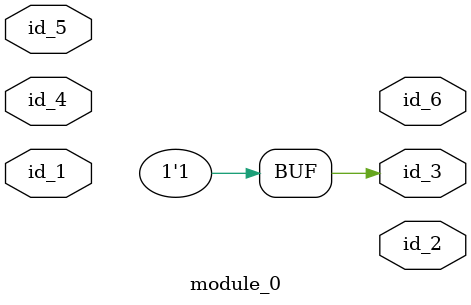
<source format=v>
module module_0 (
    id_1,
    id_2,
    id_3,
    id_4,
    id_5,
    id_6
);
  output id_6;
  inout id_5;
  input id_4;
  output id_3;
  output id_2;
  input id_1;
  assign id_3 = 1;
endmodule

</source>
